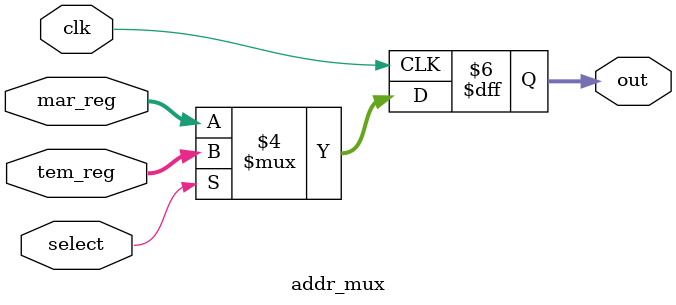
<source format=v>
`timescale 1ns / 1ps
module addr_mux(
    input [15:0] mar_reg,
    input [15:0] tem_reg,
    input clk,
    input select,
    output reg [15:0] out
    );
    always@(posedge clk)
    begin
        if (select==0)out<=mar_reg;
        else out<= tem_reg;
    end
endmodule

</source>
